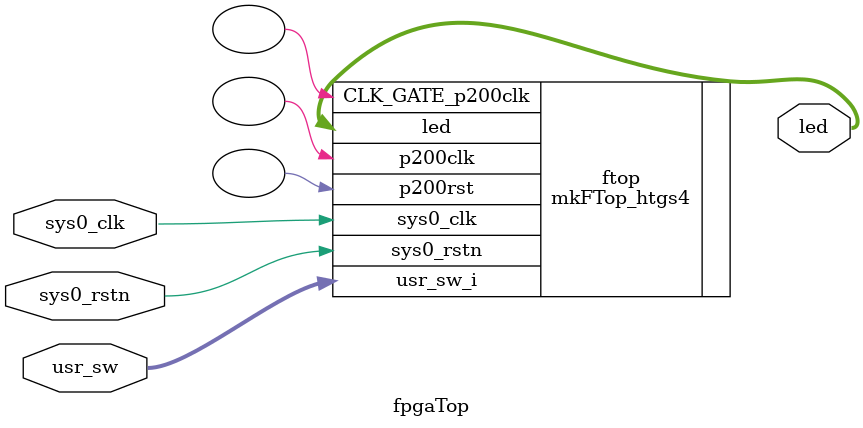
<source format=v>

module fpgaTop (
  input  wire         sys0_clk,      // 200 MHz free-running
  input  wire         sys0_rstn,     // External active-low reset 

  //input  wire         pcie_clk,       // PCIe Clock
  //input  wire         pcie_rstn,      // PCIe Reset
  //input  wire [ 7:0]  pcie_rx,        // PCIe lanes...
  //output wire [ 7:0]  pcie_tx,
  input  wire [ 7:0]  usr_sw,         // dip-switches
  output wire [ 7:0]  led             // leds
);

// Instance and connect mkFTop...
 mkFTop_htgs4 ftop (
  .sys0_clk         (sys0_clk),
  .sys0_rstn        (sys0_rstn),
  //.pcie_clk          (pcie_clk),
  //.pcie_rstn         (pcie_rstn),
  //.pcie_rx_i         (pcie_rx),
  //.pcie_tx           (pcie_tx),
  .usr_sw_i         (usr_sw),
  .led              (led),
  .p200clk          (),
  .CLK_GATE_p200clk (),
  .p200rst          ()
);

endmodule

</source>
